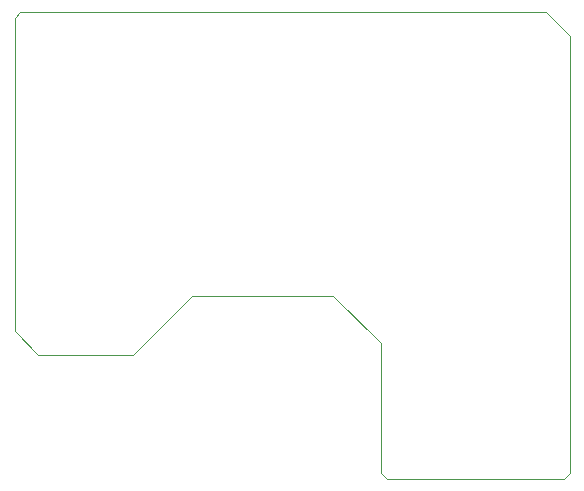
<source format=gm1>
%TF.GenerationSoftware,KiCad,Pcbnew,(6.0.6)*%
%TF.CreationDate,2022-09-20T22:49:58+08:00*%
%TF.ProjectId,Stealthburner_Toolhead_PCB,53746561-6c74-4686-9275-726e65725f54,rev?*%
%TF.SameCoordinates,Original*%
%TF.FileFunction,Profile,NP*%
%FSLAX46Y46*%
G04 Gerber Fmt 4.6, Leading zero omitted, Abs format (unit mm)*
G04 Created by KiCad (PCBNEW (6.0.6)) date 2022-09-20 22:49:58*
%MOMM*%
%LPD*%
G01*
G04 APERTURE LIST*
%TA.AperFunction,Profile*%
%ADD10C,0.100000*%
%TD*%
G04 APERTURE END LIST*
D10*
X131500000Y-135500000D02*
X131000000Y-135000000D01*
X131000000Y-124000000D02*
X127000000Y-120000000D01*
X115000000Y-120000000D02*
X110000000Y-125000000D01*
X100000000Y-123000000D02*
X102000000Y-125000000D01*
X100000000Y-96500000D02*
X100000000Y-123000000D01*
X100000000Y-96500000D02*
X100500000Y-96000000D01*
X146500000Y-135500000D02*
X131500000Y-135500000D01*
X131000000Y-135000000D02*
X131000000Y-124000000D01*
X100500000Y-96000000D02*
X145000000Y-96000000D01*
X145000000Y-96000000D02*
X147000000Y-98000000D01*
X147000000Y-135000000D02*
X146500000Y-135500000D01*
X147000000Y-98000000D02*
X147000000Y-135000000D01*
X110000000Y-125000000D02*
X102000000Y-125000000D01*
X127000000Y-120000000D02*
X115000000Y-120000000D01*
M02*

</source>
